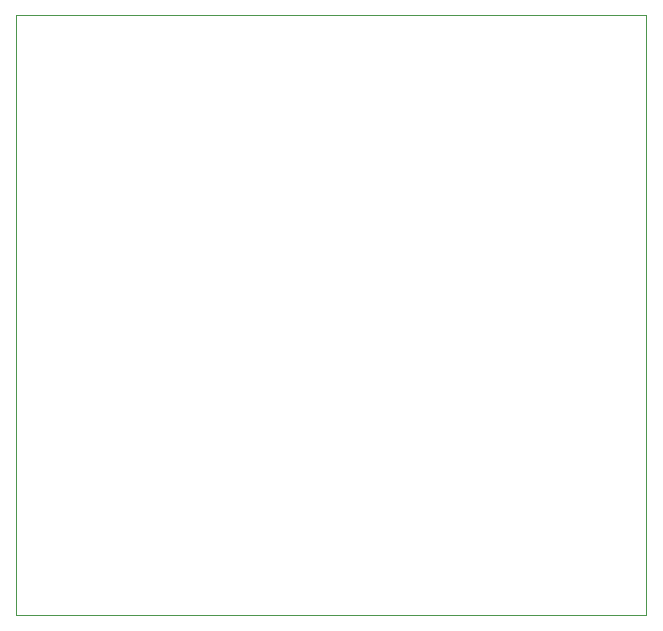
<source format=gbr>
%TF.GenerationSoftware,KiCad,Pcbnew,7.0.7*%
%TF.CreationDate,2023-08-26T22:59:02-07:00*%
%TF.ProjectId,CascadeOpAmp,43617363-6164-4654-9f70-416d702e6b69,rev?*%
%TF.SameCoordinates,Original*%
%TF.FileFunction,Profile,NP*%
%FSLAX46Y46*%
G04 Gerber Fmt 4.6, Leading zero omitted, Abs format (unit mm)*
G04 Created by KiCad (PCBNEW 7.0.7) date 2023-08-26 22:59:02*
%MOMM*%
%LPD*%
G01*
G04 APERTURE LIST*
%TA.AperFunction,Profile*%
%ADD10C,0.100000*%
%TD*%
G04 APERTURE END LIST*
D10*
X109220000Y-68580000D02*
X162560000Y-68580000D01*
X162560000Y-119380000D01*
X109220000Y-119380000D01*
X109220000Y-68580000D01*
M02*

</source>
